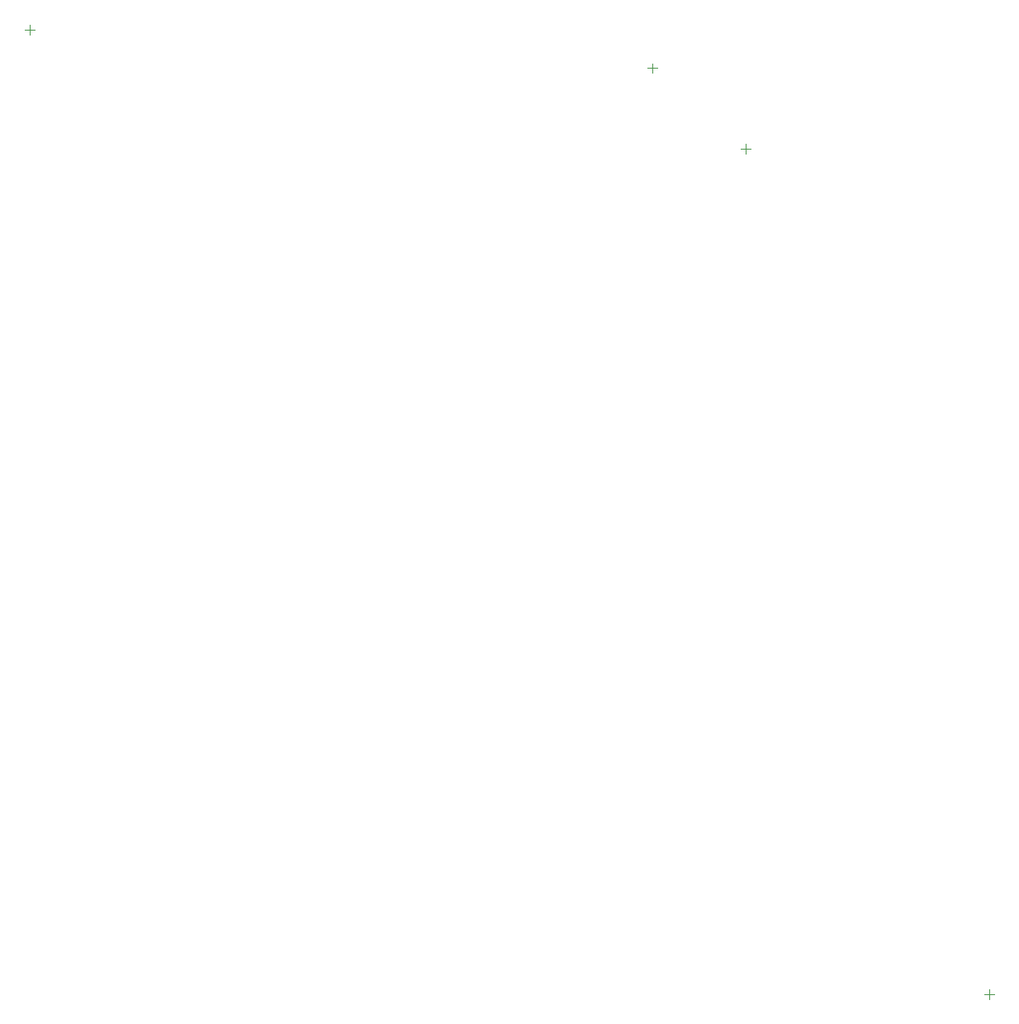
<source format=gbr>
G04*
G04 #@! TF.GenerationSoftware,Altium Limited,Altium Designer,23.0.1 (38)*
G04*
G04 Layer_Color=0*
%FSLAX25Y25*%
%MOIN*%
G70*
G04*
G04 #@! TF.SameCoordinates,96643D2F-BE8E-4E12-8B93-A60CB91944C5*
G04*
G04*
G04 #@! TF.FilePolarity,Positive*
G04*
G01*
G75*
%ADD46C,0.00394*%
D46*
X295000Y441532D02*
Y445469D01*
X293032Y443500D02*
X296969D01*
X431000Y68032D02*
Y71969D01*
X429032Y70000D02*
X432969D01*
X332500Y409031D02*
Y412968D01*
X330532Y411000D02*
X334469D01*
X41532Y459000D02*
X45469D01*
X43500Y457031D02*
Y460968D01*
M02*

</source>
